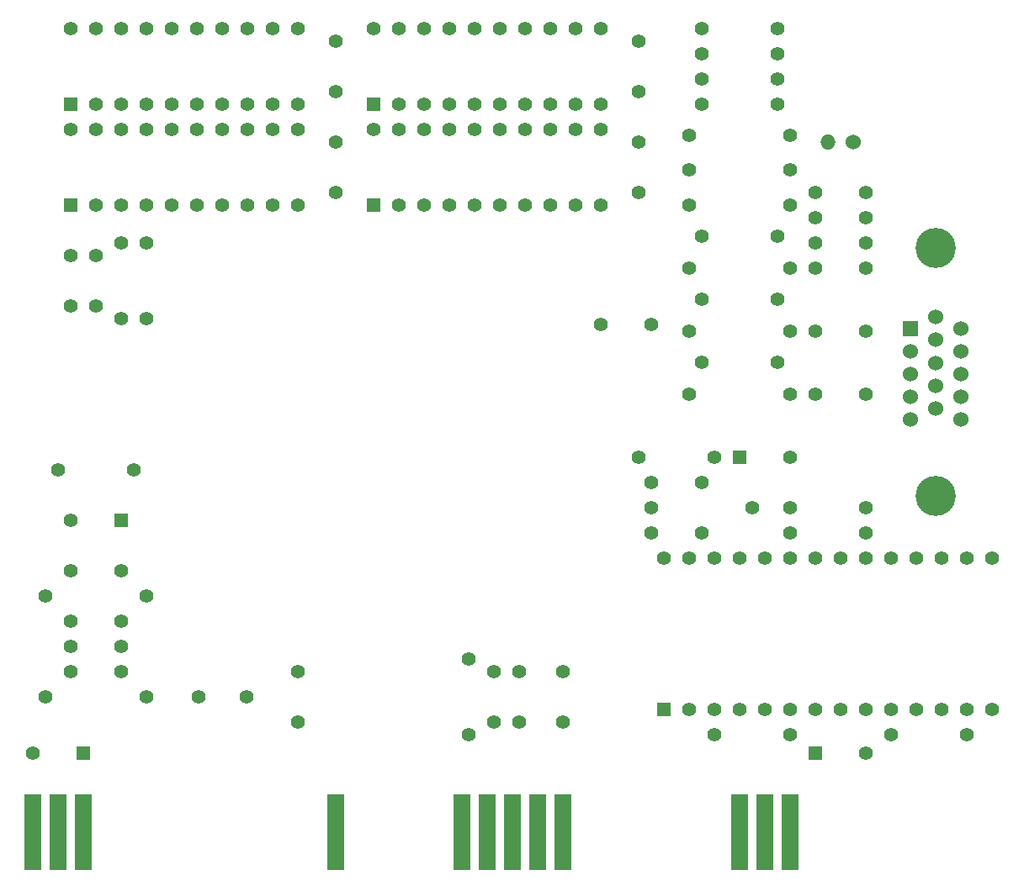
<source format=gbs>
%TF.GenerationSoftware,KiCad,Pcbnew,(5.1.8)-1*%
%TF.CreationDate,2021-06-29T12:52:16-07:00*%
%TF.ProjectId,isa_svga,6973615f-7376-4676-912e-6b696361645f,rev?*%
%TF.SameCoordinates,Original*%
%TF.FileFunction,Soldermask,Bot*%
%TF.FilePolarity,Negative*%
%FSLAX46Y46*%
G04 Gerber Fmt 4.6, Leading zero omitted, Abs format (unit mm)*
G04 Created by KiCad (PCBNEW (5.1.8)-1) date 2021-06-29 12:52:16*
%MOMM*%
%LPD*%
G01*
G04 APERTURE LIST*
%ADD10R,1.397000X1.397000*%
%ADD11C,1.397000*%
%ADD12R,1.778000X7.620000*%
%ADD13C,4.048760*%
%ADD14R,1.524000X1.524000*%
%ADD15C,1.524000*%
%ADD16O,1.524000X1.524000*%
G04 APERTURE END LIST*
D10*
%TO.C,U2*%
X167640000Y-118110000D03*
D11*
X170180000Y-118110000D03*
X172720000Y-118110000D03*
X175260000Y-118110000D03*
X177800000Y-118110000D03*
X180340000Y-118110000D03*
X182880000Y-118110000D03*
X185420000Y-118110000D03*
X187960000Y-118110000D03*
X190500000Y-118110000D03*
X193040000Y-118110000D03*
X195580000Y-118110000D03*
X198120000Y-118110000D03*
X200660000Y-118110000D03*
X200660000Y-102870000D03*
X198120000Y-102870000D03*
X195580000Y-102870000D03*
X193040000Y-102870000D03*
X190500000Y-102870000D03*
X187960000Y-102870000D03*
X185420000Y-102870000D03*
X182880000Y-102870000D03*
X180340000Y-102870000D03*
X177800000Y-102870000D03*
X175260000Y-102870000D03*
X172720000Y-102870000D03*
X170180000Y-102870000D03*
X167640000Y-102870000D03*
%TD*%
%TO.C,R15*%
X113030000Y-78740000D03*
X113030000Y-71120000D03*
%TD*%
%TO.C,R7*%
X171450000Y-52070000D03*
X179070000Y-52070000D03*
%TD*%
%TO.C,R8*%
X179070000Y-57150000D03*
X171450000Y-57150000D03*
%TD*%
%TO.C,R9*%
X180340000Y-120650000D03*
X172720000Y-120650000D03*
%TD*%
%TO.C,R6*%
X171450000Y-54610000D03*
X179070000Y-54610000D03*
%TD*%
%TO.C,R10*%
X165100000Y-92710000D03*
X172720000Y-92710000D03*
%TD*%
%TO.C,R11*%
X171450000Y-70485000D03*
X179070000Y-70485000D03*
%TD*%
%TO.C,R12*%
X171450000Y-76835000D03*
X179070000Y-76835000D03*
%TD*%
%TO.C,R13*%
X171450000Y-83185000D03*
X179070000Y-83185000D03*
%TD*%
%TO.C,R14*%
X147955000Y-120650000D03*
X147955000Y-113030000D03*
%TD*%
%TO.C,R16*%
X115570000Y-78740000D03*
X115570000Y-71120000D03*
%TD*%
%TO.C,R5*%
X198120000Y-120650000D03*
X190500000Y-120650000D03*
%TD*%
%TO.C,R4*%
X187960000Y-97790000D03*
X180340000Y-97790000D03*
%TD*%
%TO.C,R3*%
X187960000Y-100330000D03*
X180340000Y-100330000D03*
%TD*%
%TO.C,R2*%
X171450000Y-49530000D03*
X179070000Y-49530000D03*
%TD*%
%TO.C,R1*%
X106680000Y-93980000D03*
X114300000Y-93980000D03*
%TD*%
D10*
%TO.C,U5*%
X138430000Y-57150000D03*
D11*
X140970000Y-57150000D03*
X143510000Y-57150000D03*
X146050000Y-57150000D03*
X148590000Y-57150000D03*
X151130000Y-57150000D03*
X153670000Y-57150000D03*
X156210000Y-57150000D03*
X158750000Y-57150000D03*
X161290000Y-57150000D03*
X161290000Y-49530000D03*
X158750000Y-49530000D03*
X156210000Y-49530000D03*
X153670000Y-49530000D03*
X151130000Y-49530000D03*
X148590000Y-49530000D03*
X146050000Y-49530000D03*
X143510000Y-49530000D03*
X140970000Y-49530000D03*
X138430000Y-49530000D03*
%TD*%
D10*
%TO.C,U6*%
X107950000Y-57150000D03*
D11*
X110490000Y-57150000D03*
X113030000Y-57150000D03*
X115570000Y-57150000D03*
X118110000Y-57150000D03*
X120650000Y-57150000D03*
X123190000Y-57150000D03*
X125730000Y-57150000D03*
X128270000Y-57150000D03*
X130810000Y-57150000D03*
X130810000Y-49530000D03*
X128270000Y-49530000D03*
X125730000Y-49530000D03*
X123190000Y-49530000D03*
X120650000Y-49530000D03*
X118110000Y-49530000D03*
X115570000Y-49530000D03*
X113030000Y-49530000D03*
X110490000Y-49530000D03*
X107950000Y-49530000D03*
%TD*%
D10*
%TO.C,U3*%
X138430000Y-67310000D03*
D11*
X140970000Y-67310000D03*
X143510000Y-67310000D03*
X146050000Y-67310000D03*
X148590000Y-67310000D03*
X151130000Y-67310000D03*
X153670000Y-67310000D03*
X156210000Y-67310000D03*
X158750000Y-67310000D03*
X161290000Y-67310000D03*
X161290000Y-59690000D03*
X158750000Y-59690000D03*
X156210000Y-59690000D03*
X153670000Y-59690000D03*
X151130000Y-59690000D03*
X148590000Y-59690000D03*
X146050000Y-59690000D03*
X143510000Y-59690000D03*
X140970000Y-59690000D03*
X138430000Y-59690000D03*
%TD*%
D10*
%TO.C,U4*%
X107950000Y-67310000D03*
D11*
X110490000Y-67310000D03*
X113030000Y-67310000D03*
X115570000Y-67310000D03*
X118110000Y-67310000D03*
X120650000Y-67310000D03*
X123190000Y-67310000D03*
X125730000Y-67310000D03*
X128270000Y-67310000D03*
X130810000Y-67310000D03*
X130810000Y-59690000D03*
X128270000Y-59690000D03*
X125730000Y-59690000D03*
X123190000Y-59690000D03*
X120650000Y-59690000D03*
X118110000Y-59690000D03*
X115570000Y-59690000D03*
X113030000Y-59690000D03*
X110490000Y-59690000D03*
X107950000Y-59690000D03*
%TD*%
D10*
%TO.C,C15*%
X113030000Y-99060000D03*
D11*
X107950000Y-99060000D03*
%TD*%
%TO.C,C1*%
X161290000Y-79375000D03*
X166370000Y-79375000D03*
%TD*%
%TO.C,C2*%
X166370000Y-100330000D03*
X171450000Y-100330000D03*
%TD*%
%TO.C,C3*%
X165100000Y-66040000D03*
X165100000Y-60960000D03*
%TD*%
%TO.C,C4*%
X134620000Y-66040000D03*
X134620000Y-60960000D03*
%TD*%
%TO.C,C6*%
X134620000Y-55880000D03*
X134620000Y-50800000D03*
%TD*%
%TO.C,C8*%
X113030000Y-104140000D03*
X107950000Y-104140000D03*
%TD*%
%TO.C,C9*%
X113030000Y-109220000D03*
X107950000Y-109220000D03*
%TD*%
%TO.C,C10*%
X166370000Y-95250000D03*
X171450000Y-95250000D03*
%TD*%
%TO.C,C11*%
X107950000Y-114300000D03*
X113030000Y-114300000D03*
%TD*%
%TO.C,C12*%
X113030000Y-111760000D03*
X107950000Y-111760000D03*
%TD*%
%TO.C,C17*%
X182880000Y-71120000D03*
X187960000Y-71120000D03*
%TD*%
%TO.C,C18*%
X157480000Y-114300000D03*
X157480000Y-119380000D03*
%TD*%
%TO.C,C19*%
X153035000Y-114300000D03*
X153035000Y-119380000D03*
%TD*%
%TO.C,C20*%
X150495000Y-114300000D03*
X150495000Y-119380000D03*
%TD*%
%TO.C,C21*%
X107950000Y-72390000D03*
X107950000Y-77470000D03*
%TD*%
%TO.C,C22*%
X110490000Y-72390000D03*
X110490000Y-77470000D03*
%TD*%
%TO.C,C23*%
X182880000Y-73660000D03*
X187960000Y-73660000D03*
%TD*%
%TO.C,C25*%
X182880000Y-86360000D03*
X187960000Y-86360000D03*
%TD*%
D12*
%TO.C,BUS1*%
X180340000Y-130492500D03*
X177800000Y-130492500D03*
X175260000Y-130492500D03*
X157480000Y-130492500D03*
X154940000Y-130492500D03*
X152400000Y-130492500D03*
X149860000Y-130492500D03*
X147320000Y-130492500D03*
X134620000Y-130492500D03*
X109220000Y-130492500D03*
X106680000Y-130492500D03*
X104140000Y-130492500D03*
%TD*%
D13*
%TO.C,P1*%
X194945000Y-96619060D03*
X194945000Y-71630540D03*
D14*
X192405000Y-79783940D03*
D15*
X192405000Y-82075020D03*
X192405000Y-84373720D03*
X192405000Y-86664800D03*
X192405000Y-88955880D03*
X194945000Y-85519260D03*
X194945000Y-83230720D03*
X194945000Y-80939640D03*
X194945000Y-78648560D03*
X194945000Y-87810340D03*
X197485000Y-79783940D03*
X197485000Y-82075020D03*
X197485000Y-84373720D03*
X197485000Y-86664800D03*
X197485000Y-88955880D03*
%TD*%
D11*
%TO.C,X1*%
X125630940Y-116840000D03*
X120749060Y-116840000D03*
%TD*%
%TO.C,C5*%
X165100000Y-55880000D03*
X165100000Y-50800000D03*
%TD*%
%TO.C,C7*%
X130810000Y-114300000D03*
X130810000Y-119380000D03*
%TD*%
D10*
%TO.C,C13*%
X109220000Y-122555000D03*
D11*
X104140000Y-122555000D03*
%TD*%
D10*
%TO.C,C14*%
X182880000Y-122555000D03*
D11*
X187960000Y-122555000D03*
%TD*%
D10*
%TO.C,C16*%
X175260000Y-92710000D03*
D11*
X180340000Y-92710000D03*
%TD*%
%TO.C,C24*%
X182880000Y-80010000D03*
X187960000Y-80010000D03*
%TD*%
%TO.C,C26*%
X182880000Y-68580000D03*
X187960000Y-68580000D03*
%TD*%
%TO.C,C27*%
X182880000Y-66040000D03*
X187960000Y-66040000D03*
%TD*%
D16*
%TO.C,JP1*%
X184150000Y-60960000D03*
D15*
X186690000Y-60960000D03*
%TD*%
D11*
%TO.C,FB1*%
X170180000Y-73660000D03*
X180340000Y-73660000D03*
%TD*%
%TO.C,FB2*%
X170180000Y-80010000D03*
X180340000Y-80010000D03*
%TD*%
%TO.C,FB3*%
X170180000Y-86360000D03*
X180340000Y-86360000D03*
%TD*%
%TO.C,FB4*%
X180340000Y-60325000D03*
X170180000Y-60325000D03*
%TD*%
%TO.C,FB5*%
X180340000Y-63817500D03*
X170180000Y-63817500D03*
%TD*%
%TO.C,FB6*%
X180340000Y-67310000D03*
X170180000Y-67310000D03*
%TD*%
%TO.C,L1*%
X115570000Y-106680000D03*
X105410000Y-106680000D03*
%TD*%
%TO.C,L2*%
X105410000Y-116840000D03*
X115570000Y-116840000D03*
%TD*%
%TO.C,L3*%
X166370000Y-97790000D03*
X176530000Y-97790000D03*
%TD*%
M02*

</source>
